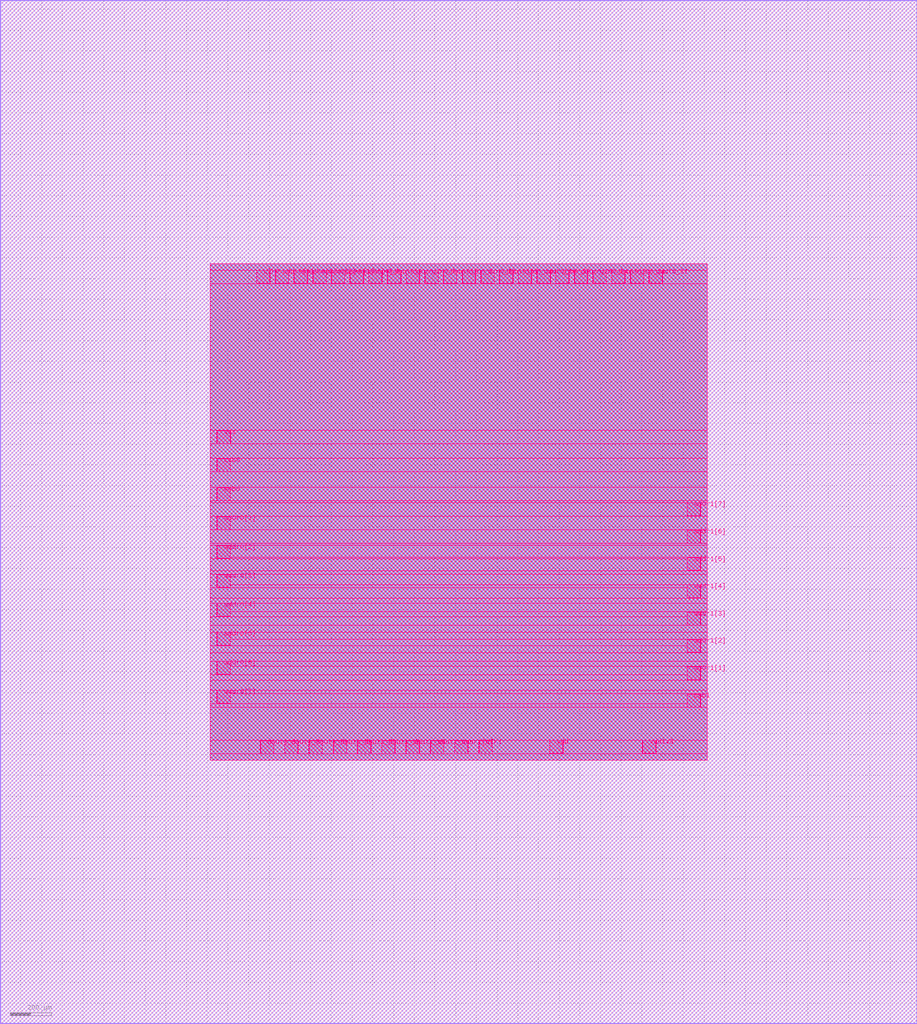
<source format=lef>
VERSION 5.7 ;
  NOWIREEXTENSIONATPIN ON ;
  DIVIDERCHAR "/" ;
  BUSBITCHARS "[]" ;
MACRO openram_tc_1kb
  CLASS BLOCK ;
  FOREIGN openram_tc_1kb ;
  ORIGIN 0.000 0.000 ;
  SIZE 4430.000 BY 4945.000 ;
  PIN clk0
    DIRECTION INPUT ;
    PORT
      LAYER met5 ;
        RECT 1240.200 3577.060 1302.800 3639.510 ;
    END
  END clk0
  PIN addr0[0]
    DIRECTION INPUT ;
    PORT
      LAYER met5 ;
        RECT 1330.200 3577.060 1392.800 3639.510 ;
    END
  END addr0[0]
  PIN wmask0[3]
    DIRECTION INPUT ;
    PORT
      LAYER met5 ;
        RECT 1420.200 3577.060 1482.800 3639.510 ;
    END
  END wmask0[3]
  PIN wmask0[2]
    DIRECTION INPUT ;
    PORT
      LAYER met5 ;
        RECT 1511.200 3577.060 1573.800 3639.510 ;
    END
  END wmask0[2]
  PIN wmask0[1]
    DIRECTION INPUT ;
    PORT
      LAYER met5 ;
        RECT 1601.200 3577.060 1663.800 3639.510 ;
    END
  END wmask0[1]
  PIN wmask0[0]
    DIRECTION INPUT ;
    PORT
      LAYER met5 ;
        RECT 1691.200 3577.060 1753.800 3639.510 ;
    END
  END wmask0[0]
  PIN din0_0
    DIRECTION INPUT ;
    PORT
      LAYER met5 ;
        RECT 1781.200 3577.060 1843.800 3639.510 ;
    END
  END din0_0
  PIN dout0_0
    DIRECTION OUTPUT TRISTATE ;
    PORT
      LAYER met5 ;
        RECT 1872.200 3577.060 1934.800 3639.510 ;
    END
  END dout0_0
  PIN dout0_7
    DIRECTION OUTPUT TRISTATE ;
    PORT
      LAYER met5 ;
        RECT 1962.200 3577.060 2024.800 3639.510 ;
    END
  END dout0_7
  PIN din0_7
    DIRECTION INPUT ;
    PORT
      LAYER met5 ;
        RECT 2052.200 3577.060 2114.800 3639.510 ;
    END
  END din0_7
  PIN dout0_8
    DIRECTION OUTPUT TRISTATE ;
    PORT
      LAYER met5 ;
        RECT 2142.200 3577.060 2204.800 3639.510 ;
    END
  END dout0_8
  PIN din0_8
    DIRECTION INPUT ;
    PORT
      LAYER met5 ;
        RECT 2233.200 3577.060 2295.800 3639.510 ;
    END
  END din0_8
  PIN din0_15
    DIRECTION INPUT ;
    PORT
      LAYER met5 ;
        RECT 2323.200 3577.060 2385.800 3639.510 ;
    END
  END din0_15
  PIN dout0_15
    DIRECTION OUTPUT TRISTATE ;
    PORT
      LAYER met5 ;
        RECT 2413.200 3577.060 2475.800 3639.510 ;
    END
  END dout0_15
  PIN din0_16
    DIRECTION INPUT ;
    PORT
      LAYER met5 ;
        RECT 2503.200 3577.060 2565.800 3639.510 ;
    END
  END din0_16
  PIN dout0_16
    DIRECTION OUTPUT TRISTATE ;
    PORT
      LAYER met5 ;
        RECT 2594.200 3577.060 2656.800 3639.510 ;
    END
  END dout0_16
  PIN din0_23
    DIRECTION INPUT ;
    PORT
      LAYER met5 ;
        RECT 2684.200 3577.060 2746.800 3639.510 ;
    END
  END din0_23
  PIN dout0_23
    DIRECTION OUTPUT TRISTATE ;
    PORT
      LAYER met5 ;
        RECT 2774.200 3577.060 2836.800 3639.510 ;
    END
  END dout0_23
  PIN din0_24
    DIRECTION INPUT ;
    PORT
      LAYER met5 ;
        RECT 2864.200 3577.060 2926.800 3639.510 ;
    END
  END din0_24
  PIN dout0_24
    DIRECTION OUTPUT TRISTATE ;
    PORT
      LAYER met5 ;
        RECT 2955.200 3577.060 3017.800 3639.510 ;
    END
  END dout0_24
  PIN din0_31
    DIRECTION INPUT ;
    PORT
      LAYER met5 ;
        RECT 3045.200 3577.060 3107.800 3639.510 ;
    END
  END din0_31
  PIN dout0_31
    DIRECTION OUTPUT TRISTATE ;
    PORT
      LAYER met5 ;
        RECT 3135.200 3577.060 3197.800 3639.510 ;
    END
  END dout0_31
  PIN dout1_8
    DIRECTION OUTPUT TRISTATE ;
    PORT
      LAYER met5 ;
        RECT 1258.200 1305.490 1320.800 1367.940 ;
    END
  END dout1_8
  PIN dout1_7
    DIRECTION OUTPUT TRISTATE ;
    PORT
      LAYER met5 ;
        RECT 1375.200 1305.490 1437.800 1367.940 ;
    END
  END dout1_7
  PIN dout1_31
    DIRECTION OUTPUT TRISTATE ;
    PORT
      LAYER met5 ;
        RECT 1492.200 1305.490 1554.800 1367.940 ;
    END
  END dout1_31
  PIN dout1_24
    DIRECTION OUTPUT TRISTATE ;
    PORT
      LAYER met5 ;
        RECT 1610.200 1305.490 1672.800 1367.940 ;
    END
  END dout1_24
  PIN dout1_23
    DIRECTION OUTPUT TRISTATE ;
    PORT
      LAYER met5 ;
        RECT 1727.200 1305.490 1789.800 1367.940 ;
    END
  END dout1_23
  PIN dout1_16
    DIRECTION OUTPUT TRISTATE ;
    PORT
      LAYER met5 ;
        RECT 1844.200 1305.490 1906.800 1367.940 ;
    END
  END dout1_16
  PIN dout1_15
    DIRECTION OUTPUT TRISTATE ;
    PORT
      LAYER met5 ;
        RECT 1961.200 1305.490 2023.800 1367.940 ;
    END
  END dout1_15
  PIN dout1_0
    DIRECTION OUTPUT TRISTATE ;
    PORT
      LAYER met5 ;
        RECT 2079.200 1305.490 2141.800 1367.940 ;
    END
  END dout1_0
  PIN addr1[0]
    DIRECTION INPUT ;
    PORT
      LAYER met5 ;
        RECT 2196.200 1305.490 2258.800 1367.940 ;
    END
  END addr1[0]
  PIN clk1
    DIRECTION INPUT ;
    PORT
      LAYER met5 ;
        RECT 2313.200 1305.490 2375.800 1367.940 ;
    END
  END clk1
  PIN vdd
    DIRECTION INOUT ;
    PORT
      LAYER met5 ;
        RECT 2655.200 1305.875 2717.900 1368.490 ;
    END
  END vdd
  PIN vdd1v8
    DIRECTION INOUT ;
    PORT
      LAYER met5 ;
        RECT 3104.200 1305.875 3166.900 1368.490 ;
    END
  END vdd1v8
  PIN addr0[7]
    DIRECTION INPUT ;
    PORT
      LAYER met5 ;
        RECT 1047.990 1547.700 1110.440 1610.300 ;
    END
  END addr0[7]
  PIN addr0[6]
    DIRECTION INPUT ;
    PORT
      LAYER met5 ;
        RECT 1047.990 1687.700 1110.440 1750.300 ;
    END
  END addr0[6]
  PIN addr0[5]
    DIRECTION INPUT ;
    PORT
      LAYER met5 ;
        RECT 1047.990 1827.700 1110.440 1890.300 ;
    END
  END addr0[5]
  PIN addr0[4]
    DIRECTION INPUT ;
    PORT
      LAYER met5 ;
        RECT 1047.990 1967.700 1110.440 2030.300 ;
    END
  END addr0[4]
  PIN addr0[3]
    DIRECTION INPUT ;
    PORT
      LAYER met5 ;
        RECT 1047.990 2107.700 1110.440 2170.300 ;
    END
  END addr0[3]
  PIN addr0[2]
    DIRECTION INPUT ;
    PORT
      LAYER met5 ;
        RECT 1047.990 2247.700 1110.440 2310.300 ;
    END
  END addr0[2]
  PIN addr0[1]
    DIRECTION INPUT ;
    PORT
      LAYER met5 ;
        RECT 1047.990 2387.700 1110.440 2450.300 ;
    END
  END addr0[1]
  PIN web0
    DIRECTION INPUT ;
    PORT
      LAYER met5 ;
        RECT 1047.990 2527.700 1110.440 2590.300 ;
    END
  END web0
  PIN csb0
    DIRECTION INPUT ;
    PORT
      LAYER met5 ;
        RECT 1047.990 2667.700 1110.440 2730.300 ;
    END
  END csb0
  PIN vss
    DIRECTION INOUT ;
    PORT
      LAYER met5 ;
        RECT 1048.375 2802.600 1110.990 2865.300 ;
    END
  END vss
  PIN csb1
    DIRECTION INPUT ;
    PORT
      LAYER met5 ;
        RECT 3319.560 1529.700 3382.010 1592.300 ;
    END
  END csb1
  PIN addr1[1]
    DIRECTION INPUT ;
    PORT
      LAYER met5 ;
        RECT 3319.560 1661.700 3382.010 1724.300 ;
    END
  END addr1[1]
  PIN addr1[2]
    DIRECTION INPUT ;
    PORT
      LAYER met5 ;
        RECT 3319.560 1793.700 3382.010 1856.300 ;
    END
  END addr1[2]
  PIN addr1[3]
    DIRECTION INPUT ;
    PORT
      LAYER met5 ;
        RECT 3319.560 1925.700 3382.010 1988.300 ;
    END
  END addr1[3]
  PIN addr1[4]
    DIRECTION INPUT ;
    PORT
      LAYER met5 ;
        RECT 3319.560 2057.700 3382.010 2120.300 ;
    END
  END addr1[4]
  PIN addr1[5]
    DIRECTION INPUT ;
    PORT
      LAYER met5 ;
        RECT 3319.560 2189.700 3382.010 2252.300 ;
    END
  END addr1[5]
  PIN addr1[6]
    DIRECTION INPUT ;
    PORT
      LAYER met5 ;
        RECT 3319.560 2321.700 3382.010 2384.300 ;
    END
  END addr1[6]
  PIN addr1[7]
    DIRECTION INPUT ;
    PORT
      LAYER met5 ;
        RECT 3319.560 2453.700 3382.010 2516.300 ;
    END
  END addr1[7]
  OBS
      LAYER li1 ;
        RECT 1.000 1.000 4429.000 4944.000 ;
      LAYER met1 ;
        RECT 1.800 1.800 4428.200 4943.200 ;
      LAYER met2 ;
        RECT 1015.000 1272.500 3415.000 3672.500 ;
      LAYER met3 ;
        RECT 1015.000 1272.500 3415.000 3672.500 ;
      LAYER met4 ;
        RECT 1015.000 1272.500 3415.000 3672.500 ;
      LAYER met5 ;
        RECT 1015.000 3641.110 3415.000 3672.500 ;
        RECT 1015.000 3575.460 1238.600 3641.110 ;
        RECT 1304.400 3575.460 1328.600 3641.110 ;
        RECT 1394.400 3575.460 1418.600 3641.110 ;
        RECT 1484.400 3575.460 1509.600 3641.110 ;
        RECT 1575.400 3575.460 1599.600 3641.110 ;
        RECT 1665.400 3575.460 1689.600 3641.110 ;
        RECT 1755.400 3575.460 1779.600 3641.110 ;
        RECT 1845.400 3575.460 1870.600 3641.110 ;
        RECT 1936.400 3575.460 1960.600 3641.110 ;
        RECT 2026.400 3575.460 2050.600 3641.110 ;
        RECT 2116.400 3575.460 2140.600 3641.110 ;
        RECT 2206.400 3575.460 2231.600 3641.110 ;
        RECT 2297.400 3575.460 2321.600 3641.110 ;
        RECT 2387.400 3575.460 2411.600 3641.110 ;
        RECT 2477.400 3575.460 2501.600 3641.110 ;
        RECT 2567.400 3575.460 2592.600 3641.110 ;
        RECT 2658.400 3575.460 2682.600 3641.110 ;
        RECT 2748.400 3575.460 2772.600 3641.110 ;
        RECT 2838.400 3575.460 2862.600 3641.110 ;
        RECT 2928.400 3575.460 2953.600 3641.110 ;
        RECT 3019.400 3575.460 3043.600 3641.110 ;
        RECT 3109.400 3575.460 3133.600 3641.110 ;
        RECT 3199.400 3575.460 3415.000 3641.110 ;
        RECT 1015.000 2866.900 3415.000 3575.460 ;
        RECT 1015.000 2801.000 1046.775 2866.900 ;
        RECT 1112.590 2801.000 3415.000 2866.900 ;
        RECT 1015.000 2731.900 3415.000 2801.000 ;
        RECT 1015.000 2666.100 1046.390 2731.900 ;
        RECT 1112.040 2666.100 3415.000 2731.900 ;
        RECT 1015.000 2591.900 3415.000 2666.100 ;
        RECT 1015.000 2526.100 1046.390 2591.900 ;
        RECT 1112.040 2526.100 3415.000 2591.900 ;
        RECT 1015.000 2517.900 3415.000 2526.100 ;
        RECT 1015.000 2452.100 3317.960 2517.900 ;
        RECT 3383.610 2452.100 3415.000 2517.900 ;
        RECT 1015.000 2451.900 3415.000 2452.100 ;
        RECT 1015.000 2386.100 1046.390 2451.900 ;
        RECT 1112.040 2386.100 3415.000 2451.900 ;
        RECT 1015.000 2385.900 3415.000 2386.100 ;
        RECT 1015.000 2320.100 3317.960 2385.900 ;
        RECT 3383.610 2320.100 3415.000 2385.900 ;
        RECT 1015.000 2311.900 3415.000 2320.100 ;
        RECT 1015.000 2246.100 1046.390 2311.900 ;
        RECT 1112.040 2253.900 3415.000 2311.900 ;
        RECT 1112.040 2246.100 3317.960 2253.900 ;
        RECT 1015.000 2188.100 3317.960 2246.100 ;
        RECT 3383.610 2188.100 3415.000 2253.900 ;
        RECT 1015.000 2171.900 3415.000 2188.100 ;
        RECT 1015.000 2106.100 1046.390 2171.900 ;
        RECT 1112.040 2121.900 3415.000 2171.900 ;
        RECT 1112.040 2106.100 3317.960 2121.900 ;
        RECT 1015.000 2056.100 3317.960 2106.100 ;
        RECT 3383.610 2056.100 3415.000 2121.900 ;
        RECT 1015.000 2031.900 3415.000 2056.100 ;
        RECT 1015.000 1966.100 1046.390 2031.900 ;
        RECT 1112.040 1989.900 3415.000 2031.900 ;
        RECT 1112.040 1966.100 3317.960 1989.900 ;
        RECT 1015.000 1924.100 3317.960 1966.100 ;
        RECT 3383.610 1924.100 3415.000 1989.900 ;
        RECT 1015.000 1891.900 3415.000 1924.100 ;
        RECT 1015.000 1826.100 1046.390 1891.900 ;
        RECT 1112.040 1857.900 3415.000 1891.900 ;
        RECT 1112.040 1826.100 3317.960 1857.900 ;
        RECT 1015.000 1792.100 3317.960 1826.100 ;
        RECT 3383.610 1792.100 3415.000 1857.900 ;
        RECT 1015.000 1751.900 3415.000 1792.100 ;
        RECT 1015.000 1686.100 1046.390 1751.900 ;
        RECT 1112.040 1725.900 3415.000 1751.900 ;
        RECT 1112.040 1686.100 3317.960 1725.900 ;
        RECT 1015.000 1660.100 3317.960 1686.100 ;
        RECT 3383.610 1660.100 3415.000 1725.900 ;
        RECT 1015.000 1611.900 3415.000 1660.100 ;
        RECT 1015.000 1546.100 1046.390 1611.900 ;
        RECT 1112.040 1593.900 3415.000 1611.900 ;
        RECT 1112.040 1546.100 3317.960 1593.900 ;
        RECT 1015.000 1528.100 3317.960 1546.100 ;
        RECT 3383.610 1528.100 3415.000 1593.900 ;
        RECT 1015.000 1370.090 3415.000 1528.100 ;
        RECT 1015.000 1369.540 2653.600 1370.090 ;
        RECT 1015.000 1303.890 1256.600 1369.540 ;
        RECT 1322.400 1303.890 1373.600 1369.540 ;
        RECT 1439.400 1303.890 1490.600 1369.540 ;
        RECT 1556.400 1303.890 1608.600 1369.540 ;
        RECT 1674.400 1303.890 1725.600 1369.540 ;
        RECT 1791.400 1303.890 1842.600 1369.540 ;
        RECT 1908.400 1303.890 1959.600 1369.540 ;
        RECT 2025.400 1303.890 2077.600 1369.540 ;
        RECT 2143.400 1303.890 2194.600 1369.540 ;
        RECT 2260.400 1303.890 2311.600 1369.540 ;
        RECT 2377.400 1304.275 2653.600 1369.540 ;
        RECT 2719.500 1304.275 3102.600 1370.090 ;
        RECT 3168.500 1304.275 3415.000 1370.090 ;
        RECT 2377.400 1303.890 3415.000 1304.275 ;
        RECT 1015.000 1272.500 3415.000 1303.890 ;
  END
END openram_tc_1kb
END LIBRARY


</source>
